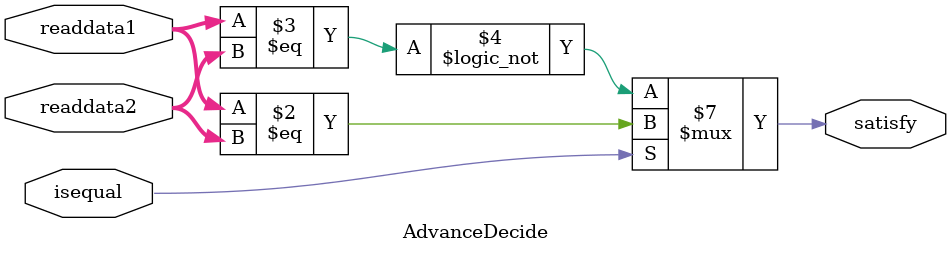
<source format=v>
`timescale 1ns / 1ps


module AdvanceDecide(
    input [31:0] readdata1,readdata2,
    input isequal,
    output reg satisfy
    );
    initial begin
        satisfy=0;
    end
    always @ (readdata1 or readdata2 or isequal)
    begin
        if(isequal)
            satisfy=(readdata1==readdata2);
        else
            satisfy=!(readdata1==readdata2);
    end
endmodule

</source>
